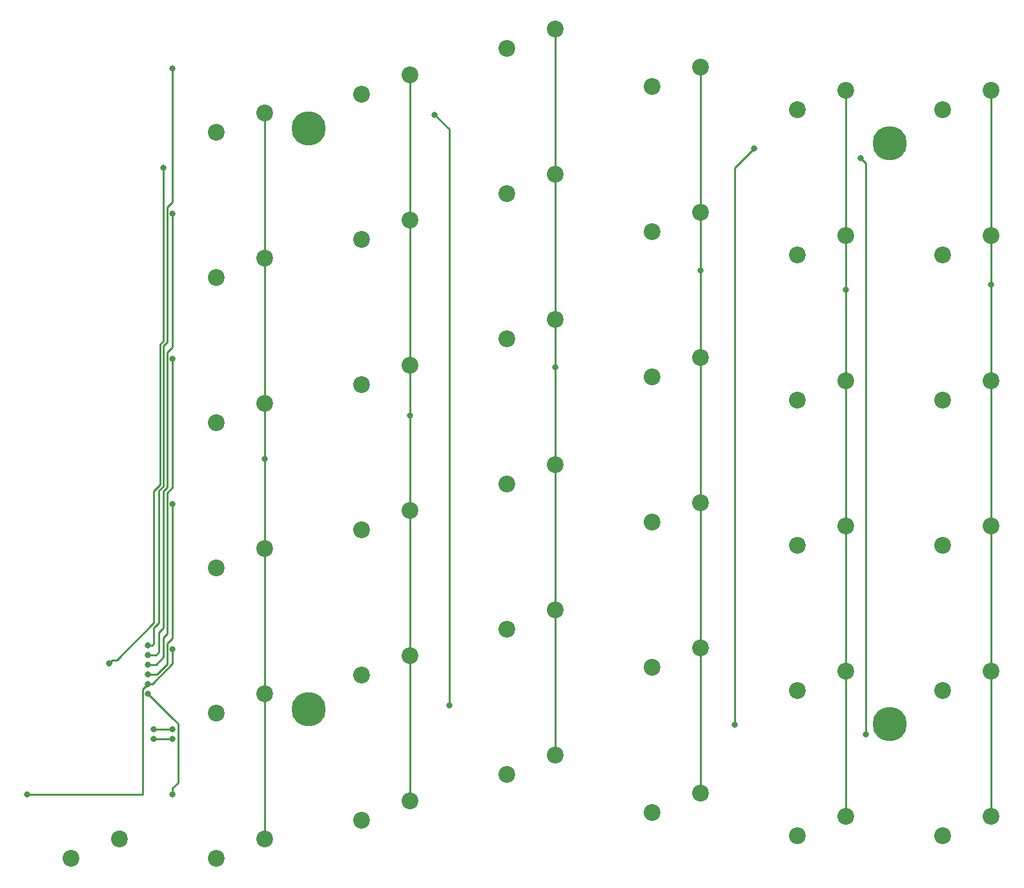
<source format=gtl>
G04 #@! TF.GenerationSoftware,KiCad,Pcbnew,5.1.5+dfsg1-2build2*
G04 #@! TF.CreationDate,2020-05-17T17:46:53-07:00*
G04 #@! TF.ProjectId,triad_right,74726961-645f-4726-9967-68742e6b6963,rev?*
G04 #@! TF.SameCoordinates,Original*
G04 #@! TF.FileFunction,Copper,L1,Top*
G04 #@! TF.FilePolarity,Positive*
%FSLAX46Y46*%
G04 Gerber Fmt 4.6, Leading zero omitted, Abs format (unit mm)*
G04 Created by KiCad (PCBNEW 5.1.5+dfsg1-2build2) date 2020-05-17 17:46:53*
%MOMM*%
%LPD*%
G04 APERTURE LIST*
%ADD10C,2.200000*%
%ADD11C,4.500000*%
%ADD12C,0.800000*%
%ADD13C,0.250000*%
G04 APERTURE END LIST*
D10*
X74860000Y-76055000D03*
X81210000Y-73515000D03*
D11*
X67875000Y-118600000D03*
X144075000Y-120600000D03*
X67875000Y-42400000D03*
X144075000Y-44400000D03*
D10*
X62160000Y-40415000D03*
X55810000Y-42955000D03*
X74860000Y-37955000D03*
X81210000Y-35415000D03*
X100260000Y-29415000D03*
X93910000Y-31955000D03*
X112960000Y-36955000D03*
X119310000Y-34415000D03*
X138360000Y-37415000D03*
X132010000Y-39955000D03*
X151060000Y-39955000D03*
X157410000Y-37415000D03*
X62160000Y-59465000D03*
X55810000Y-62005000D03*
X74860000Y-57005000D03*
X81210000Y-54465000D03*
X100260000Y-48465000D03*
X93910000Y-51005000D03*
X112960000Y-56005000D03*
X119310000Y-53465000D03*
X138360000Y-56465000D03*
X132010000Y-59005000D03*
X151060000Y-59005000D03*
X157410000Y-56465000D03*
X62160000Y-78515000D03*
X55810000Y-81055000D03*
X100260000Y-67514999D03*
X93910000Y-70054999D03*
X112960000Y-75055000D03*
X119310000Y-72515000D03*
X138360000Y-75515000D03*
X132010000Y-78055000D03*
X151060000Y-78055000D03*
X157410000Y-75515000D03*
X62160000Y-97565000D03*
X55810000Y-100105000D03*
X81210000Y-92565000D03*
X74860000Y-95105000D03*
X93910000Y-89105000D03*
X100260000Y-86565000D03*
X119310000Y-91565000D03*
X112960000Y-94105000D03*
X132010000Y-97105000D03*
X138360000Y-94565000D03*
X157410000Y-94565000D03*
X151060000Y-97105000D03*
X43110000Y-135665000D03*
X36760000Y-138205000D03*
X55810000Y-119155000D03*
X62160000Y-116615000D03*
X81210000Y-111615000D03*
X74860000Y-114155000D03*
X93910000Y-108155000D03*
X100260000Y-105615000D03*
X112960000Y-113155000D03*
X119310000Y-110615000D03*
X138360000Y-113615000D03*
X132010000Y-116155000D03*
X151060000Y-116155000D03*
X157410000Y-113615000D03*
X62160000Y-135665000D03*
X55810000Y-138205000D03*
X74860000Y-133205000D03*
X81210000Y-130665000D03*
X100260000Y-124665000D03*
X93910000Y-127205000D03*
X112960000Y-132205000D03*
X119310000Y-129665000D03*
X138360000Y-132665000D03*
X132010000Y-135205000D03*
X151060000Y-135205000D03*
X157410000Y-132665000D03*
D12*
X50087500Y-34570000D03*
X46850000Y-110205000D03*
X46850000Y-111475000D03*
X50087500Y-53620000D03*
X46850000Y-112745000D03*
X50087500Y-72670000D03*
X46850000Y-114015000D03*
X50087500Y-91720000D03*
X46850000Y-115285000D03*
X50087500Y-110770000D03*
X31037499Y-129820000D03*
X46850000Y-116555000D03*
X50087500Y-129820000D03*
X47625000Y-121285000D03*
X50075000Y-121285000D03*
X41787347Y-112615000D03*
X48895000Y-47625000D03*
X140970000Y-121920000D03*
X140335000Y-46355000D03*
X157410000Y-62935000D03*
X138360000Y-63570000D03*
X119310000Y-61030000D03*
X100260000Y-73730000D03*
X81210000Y-80080000D03*
X62160000Y-85795000D03*
X47625000Y-122555000D03*
X50075000Y-122555000D03*
X123825000Y-120650000D03*
X126365000Y-45085000D03*
X86360000Y-118110000D03*
X84455000Y-40640000D03*
D13*
X47415685Y-110205000D02*
X46850000Y-110205000D01*
X47625000Y-109995685D02*
X47415685Y-110205000D01*
X48260000Y-90001089D02*
X48260000Y-107315000D01*
X47625000Y-107950000D02*
X47625000Y-109995685D01*
X48895000Y-89366089D02*
X48260000Y-90001089D01*
X48895000Y-70952499D02*
X48895000Y-89366089D01*
X49362499Y-70485000D02*
X48895000Y-70952499D01*
X50087500Y-52070000D02*
X49362499Y-52795001D01*
X48260000Y-107315000D02*
X47625000Y-107950000D01*
X49362499Y-52795001D02*
X49362499Y-70485000D01*
X50087500Y-34570000D02*
X50087500Y-52070000D01*
X48260000Y-111125000D02*
X47910000Y-111475000D01*
X48260000Y-108585000D02*
X48260000Y-111125000D01*
X47910000Y-111475000D02*
X46850000Y-111475000D01*
X48895000Y-107950000D02*
X48260000Y-108585000D01*
X49362499Y-89535000D02*
X48895000Y-90002499D01*
X49362499Y-71845001D02*
X49362499Y-89535000D01*
X50087500Y-71120000D02*
X49362499Y-71845001D01*
X48895000Y-90002499D02*
X48895000Y-107950000D01*
X50087500Y-53620000D02*
X50087500Y-71120000D01*
X48895000Y-109220000D02*
X48895000Y-111760000D01*
X49362499Y-108752501D02*
X48895000Y-109220000D01*
X49362499Y-90260001D02*
X49362499Y-108752501D01*
X50087500Y-89535000D02*
X49362499Y-90260001D01*
X47910000Y-112745000D02*
X46850000Y-112745000D01*
X48895000Y-111760000D02*
X47910000Y-112745000D01*
X50087500Y-72670000D02*
X50087500Y-89535000D01*
X50087500Y-91720000D02*
X50087500Y-109297500D01*
X49362499Y-110022501D02*
X49362499Y-112701776D01*
X50087500Y-109297500D02*
X49362499Y-110022501D01*
X48049275Y-114015000D02*
X46850000Y-114015000D01*
X49362499Y-112701776D02*
X48049275Y-114015000D01*
X50087500Y-111335685D02*
X50087500Y-110770000D01*
X50087500Y-112613185D02*
X50087500Y-111335685D01*
X47415685Y-115285000D02*
X50087500Y-112613185D01*
X46850000Y-115285000D02*
X47415685Y-115285000D01*
X46124999Y-129820000D02*
X31037499Y-129820000D01*
X46124999Y-116010001D02*
X46124999Y-129820000D01*
X46850000Y-115285000D02*
X46124999Y-116010001D01*
X50087500Y-119792500D02*
X46850000Y-116555000D01*
X50087500Y-129820000D02*
X50087500Y-128982500D01*
X50087500Y-128982500D02*
X50800000Y-128270000D01*
X50800000Y-120505000D02*
X50087500Y-119792500D01*
X50800000Y-128270000D02*
X50800000Y-120505000D01*
X47625000Y-121285000D02*
X50075000Y-121285000D01*
X42187346Y-112215001D02*
X42723589Y-112215001D01*
X41787347Y-112615000D02*
X42187346Y-112215001D01*
X42723589Y-112215001D02*
X47625000Y-107313590D01*
X47625000Y-107313590D02*
X47625000Y-89999679D01*
X48444990Y-89179689D02*
X48444991Y-70766098D01*
X47625000Y-89999679D02*
X48444990Y-89179689D01*
X48444991Y-70766098D02*
X48895000Y-70316089D01*
X48895000Y-70316089D02*
X48895000Y-52070000D01*
X48895000Y-52070000D02*
X48895000Y-47625000D01*
X140970000Y-121920000D02*
X140970000Y-46990000D01*
X140970000Y-46990000D02*
X140335000Y-46355000D01*
X157410000Y-37415000D02*
X157410000Y-56465000D01*
X157410000Y-75515000D02*
X157410000Y-62935000D01*
X157410000Y-94565000D02*
X157410000Y-75515000D01*
X157410000Y-132665000D02*
X157410000Y-113615000D01*
X157410000Y-113615000D02*
X157410000Y-94565000D01*
X157410000Y-62935000D02*
X157410000Y-56465000D01*
X138360000Y-37415000D02*
X138360000Y-56465000D01*
X138360000Y-56465000D02*
X138360000Y-63570000D01*
X138360000Y-75515000D02*
X138360000Y-94565000D01*
X138360000Y-94565000D02*
X138360000Y-113615000D01*
X138360000Y-113615000D02*
X138360000Y-132665000D01*
X138360000Y-63570000D02*
X138360000Y-75515000D01*
X119310000Y-51394002D02*
X119310000Y-53465000D01*
X119310000Y-34415000D02*
X119310000Y-51394002D01*
X119310000Y-72515000D02*
X119310000Y-61030000D01*
X119310000Y-91565000D02*
X119310000Y-72515000D01*
X119310000Y-129665000D02*
X119310000Y-110615000D01*
X119310000Y-110615000D02*
X119310000Y-91565000D01*
X119310000Y-61030000D02*
X119310000Y-53465000D01*
X100260000Y-29415000D02*
X100260000Y-48465000D01*
X100260000Y-50020634D02*
X100260000Y-67514999D01*
X100260000Y-48465000D02*
X100260000Y-50020634D01*
X100260000Y-86565000D02*
X100260000Y-73730000D01*
X100260000Y-86565000D02*
X100260000Y-105615000D01*
X100260000Y-105615000D02*
X100260000Y-124665000D01*
X100260000Y-73730000D02*
X100260000Y-67514999D01*
X81210000Y-35415000D02*
X81210000Y-54465000D01*
X81210000Y-73515000D02*
X81210000Y-54465000D01*
X81210000Y-92565000D02*
X81210000Y-80080000D01*
X81210000Y-130665000D02*
X81210000Y-111615000D01*
X81210000Y-111615000D02*
X81210000Y-92565000D01*
X81210000Y-80080000D02*
X81210000Y-73515000D01*
X62160000Y-40415000D02*
X62160000Y-59465000D01*
X62160000Y-59465000D02*
X62160000Y-78515000D01*
X62160000Y-97565000D02*
X62160000Y-85795000D01*
X62160000Y-116615000D02*
X62160000Y-97565000D01*
X62160000Y-135665000D02*
X62160000Y-116615000D01*
X62160000Y-85795000D02*
X62160000Y-78515000D01*
X47625000Y-122555000D02*
X50075000Y-122555000D01*
X123825000Y-120650000D02*
X123825000Y-69850000D01*
X123825000Y-47625000D02*
X126365000Y-45085000D01*
X123825000Y-69850000D02*
X123825000Y-47625000D01*
X86360000Y-118110000D02*
X86360000Y-97790000D01*
X86360000Y-97790000D02*
X86360000Y-67945000D01*
X86360000Y-67945000D02*
X86360000Y-42545000D01*
X86360000Y-42545000D02*
X84455000Y-40640000D01*
M02*

</source>
